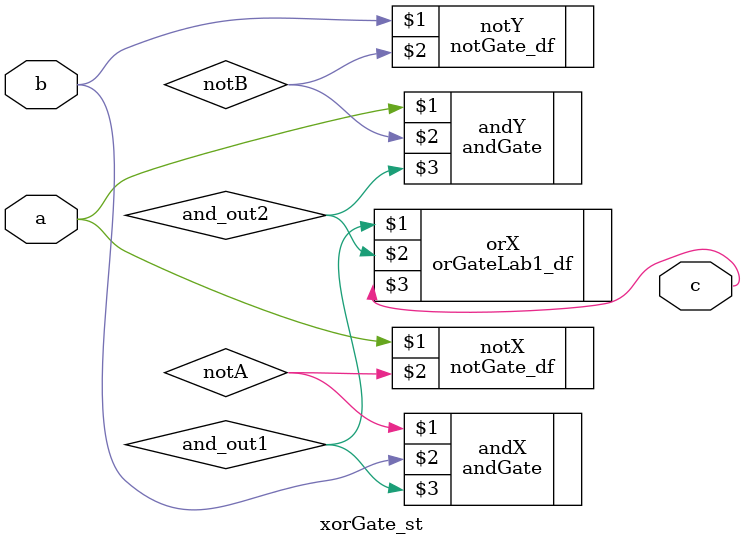
<source format=v>
`include "notGate_df.v"
`include "andGate.v"
`include "orGateLab1_df.v"
module xorGate_st(input a,b, output c);
    wire notA, notB;
    wire and_out1, and_out2;
// instantiate not gate
    notGate_df notX(a,notA);
    notGate_df notY(b,notB);
// instantiate and gate
    andGate andX(notA,b,and_out1);
    andGate andY(a,notB,and_out2);
// instatiate or gate
    orGateLab1_df orX(and_out1,and_out2,c);
endmodule
</source>
